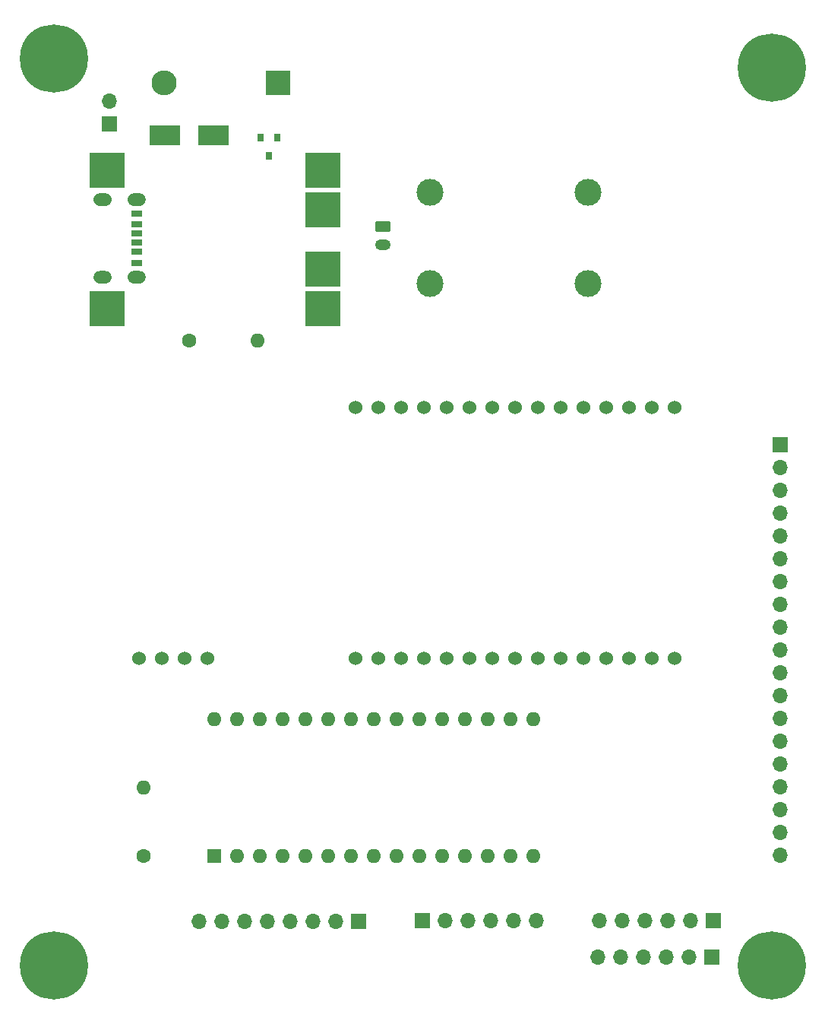
<source format=gts>
G04 #@! TF.GenerationSoftware,KiCad,Pcbnew,(6.0.6)*
G04 #@! TF.CreationDate,2022-07-04T23:33:01+02:00*
G04 #@! TF.ProjectId,vogelhuisje_kicad,766f6765-6c68-4756-9973-6a655f6b6963,rev?*
G04 #@! TF.SameCoordinates,Original*
G04 #@! TF.FileFunction,Soldermask,Top*
G04 #@! TF.FilePolarity,Negative*
%FSLAX46Y46*%
G04 Gerber Fmt 4.6, Leading zero omitted, Abs format (unit mm)*
G04 Created by KiCad (PCBNEW (6.0.6)) date 2022-07-04 23:33:01*
%MOMM*%
%LPD*%
G01*
G04 APERTURE LIST*
G04 Aperture macros list*
%AMRoundRect*
0 Rectangle with rounded corners*
0 $1 Rounding radius*
0 $2 $3 $4 $5 $6 $7 $8 $9 X,Y pos of 4 corners*
0 Add a 4 corners polygon primitive as box body*
4,1,4,$2,$3,$4,$5,$6,$7,$8,$9,$2,$3,0*
0 Add four circle primitives for the rounded corners*
1,1,$1+$1,$2,$3*
1,1,$1+$1,$4,$5*
1,1,$1+$1,$6,$7*
1,1,$1+$1,$8,$9*
0 Add four rect primitives between the rounded corners*
20,1,$1+$1,$2,$3,$4,$5,0*
20,1,$1+$1,$4,$5,$6,$7,0*
20,1,$1+$1,$6,$7,$8,$9,0*
20,1,$1+$1,$8,$9,$2,$3,0*%
G04 Aperture macros list end*
%ADD10C,0.010000*%
%ADD11R,1.700000X1.700000*%
%ADD12O,1.700000X1.700000*%
%ADD13R,1.200000X0.700000*%
%ADD14R,1.200000X0.760000*%
%ADD15R,1.200000X0.800000*%
%ADD16R,3.500000X2.300000*%
%ADD17R,4.000000X4.000000*%
%ADD18C,3.000000*%
%ADD19C,1.600000*%
%ADD20O,1.600000X1.600000*%
%ADD21RoundRect,0.250000X-0.625000X0.350000X-0.625000X-0.350000X0.625000X-0.350000X0.625000X0.350000X0*%
%ADD22O,1.750000X1.200000*%
%ADD23R,0.800000X0.900000*%
%ADD24R,2.800000X2.800000*%
%ADD25O,2.800000X2.800000*%
%ADD26C,7.600000*%
%ADD27R,1.600000X1.600000*%
%ADD28C,1.524000*%
G04 APERTURE END LIST*
G36*
X75734000Y-97651000D02*
G01*
X75768000Y-97654000D01*
X75802000Y-97658000D01*
X75835000Y-97664000D01*
X75868000Y-97672000D01*
X75901000Y-97682000D01*
X75933000Y-97693000D01*
X75964000Y-97706000D01*
X75995000Y-97721000D01*
X76025000Y-97737000D01*
X76054000Y-97755000D01*
X76082000Y-97774000D01*
X76109000Y-97795000D01*
X76135000Y-97817000D01*
X76160000Y-97840000D01*
X76183000Y-97865000D01*
X76205000Y-97891000D01*
X76226000Y-97918000D01*
X76245000Y-97946000D01*
X76263000Y-97975000D01*
X76279000Y-98005000D01*
X76294000Y-98036000D01*
X76307000Y-98067000D01*
X76318000Y-98099000D01*
X76328000Y-98132000D01*
X76336000Y-98165000D01*
X76342000Y-98198000D01*
X76346000Y-98232000D01*
X76349000Y-98266000D01*
X76350000Y-98300000D01*
X76349000Y-98334000D01*
X76346000Y-98368000D01*
X76342000Y-98402000D01*
X76336000Y-98435000D01*
X76328000Y-98468000D01*
X76318000Y-98501000D01*
X76307000Y-98533000D01*
X76294000Y-98564000D01*
X76279000Y-98595000D01*
X76263000Y-98625000D01*
X76245000Y-98654000D01*
X76226000Y-98682000D01*
X76205000Y-98709000D01*
X76183000Y-98735000D01*
X76160000Y-98760000D01*
X76135000Y-98783000D01*
X76109000Y-98805000D01*
X76082000Y-98826000D01*
X76054000Y-98845000D01*
X76025000Y-98863000D01*
X75995000Y-98879000D01*
X75964000Y-98894000D01*
X75933000Y-98907000D01*
X75901000Y-98918000D01*
X75868000Y-98928000D01*
X75835000Y-98936000D01*
X75802000Y-98942000D01*
X75768000Y-98946000D01*
X75734000Y-98949000D01*
X75700000Y-98950000D01*
X75100000Y-98950000D01*
X75066000Y-98949000D01*
X75032000Y-98946000D01*
X74998000Y-98942000D01*
X74965000Y-98936000D01*
X74932000Y-98928000D01*
X74899000Y-98918000D01*
X74867000Y-98907000D01*
X74836000Y-98894000D01*
X74805000Y-98879000D01*
X74775000Y-98863000D01*
X74746000Y-98845000D01*
X74718000Y-98826000D01*
X74691000Y-98805000D01*
X74665000Y-98783000D01*
X74640000Y-98760000D01*
X74617000Y-98735000D01*
X74595000Y-98709000D01*
X74574000Y-98682000D01*
X74555000Y-98654000D01*
X74537000Y-98625000D01*
X74521000Y-98595000D01*
X74506000Y-98564000D01*
X74493000Y-98533000D01*
X74482000Y-98501000D01*
X74472000Y-98468000D01*
X74464000Y-98435000D01*
X74458000Y-98402000D01*
X74454000Y-98368000D01*
X74451000Y-98334000D01*
X74450000Y-98300000D01*
X74451000Y-98266000D01*
X74454000Y-98232000D01*
X74458000Y-98198000D01*
X74464000Y-98165000D01*
X74472000Y-98132000D01*
X74482000Y-98099000D01*
X74493000Y-98067000D01*
X74506000Y-98036000D01*
X74521000Y-98005000D01*
X74537000Y-97975000D01*
X74555000Y-97946000D01*
X74574000Y-97918000D01*
X74595000Y-97891000D01*
X74617000Y-97865000D01*
X74640000Y-97840000D01*
X74665000Y-97817000D01*
X74691000Y-97795000D01*
X74718000Y-97774000D01*
X74746000Y-97755000D01*
X74775000Y-97737000D01*
X74805000Y-97721000D01*
X74836000Y-97706000D01*
X74867000Y-97693000D01*
X74899000Y-97682000D01*
X74932000Y-97672000D01*
X74965000Y-97664000D01*
X74998000Y-97658000D01*
X75032000Y-97654000D01*
X75066000Y-97651000D01*
X75100000Y-97650000D01*
X75700000Y-97650000D01*
X75734000Y-97651000D01*
G37*
D10*
X75734000Y-97651000D02*
X75768000Y-97654000D01*
X75802000Y-97658000D01*
X75835000Y-97664000D01*
X75868000Y-97672000D01*
X75901000Y-97682000D01*
X75933000Y-97693000D01*
X75964000Y-97706000D01*
X75995000Y-97721000D01*
X76025000Y-97737000D01*
X76054000Y-97755000D01*
X76082000Y-97774000D01*
X76109000Y-97795000D01*
X76135000Y-97817000D01*
X76160000Y-97840000D01*
X76183000Y-97865000D01*
X76205000Y-97891000D01*
X76226000Y-97918000D01*
X76245000Y-97946000D01*
X76263000Y-97975000D01*
X76279000Y-98005000D01*
X76294000Y-98036000D01*
X76307000Y-98067000D01*
X76318000Y-98099000D01*
X76328000Y-98132000D01*
X76336000Y-98165000D01*
X76342000Y-98198000D01*
X76346000Y-98232000D01*
X76349000Y-98266000D01*
X76350000Y-98300000D01*
X76349000Y-98334000D01*
X76346000Y-98368000D01*
X76342000Y-98402000D01*
X76336000Y-98435000D01*
X76328000Y-98468000D01*
X76318000Y-98501000D01*
X76307000Y-98533000D01*
X76294000Y-98564000D01*
X76279000Y-98595000D01*
X76263000Y-98625000D01*
X76245000Y-98654000D01*
X76226000Y-98682000D01*
X76205000Y-98709000D01*
X76183000Y-98735000D01*
X76160000Y-98760000D01*
X76135000Y-98783000D01*
X76109000Y-98805000D01*
X76082000Y-98826000D01*
X76054000Y-98845000D01*
X76025000Y-98863000D01*
X75995000Y-98879000D01*
X75964000Y-98894000D01*
X75933000Y-98907000D01*
X75901000Y-98918000D01*
X75868000Y-98928000D01*
X75835000Y-98936000D01*
X75802000Y-98942000D01*
X75768000Y-98946000D01*
X75734000Y-98949000D01*
X75700000Y-98950000D01*
X75100000Y-98950000D01*
X75066000Y-98949000D01*
X75032000Y-98946000D01*
X74998000Y-98942000D01*
X74965000Y-98936000D01*
X74932000Y-98928000D01*
X74899000Y-98918000D01*
X74867000Y-98907000D01*
X74836000Y-98894000D01*
X74805000Y-98879000D01*
X74775000Y-98863000D01*
X74746000Y-98845000D01*
X74718000Y-98826000D01*
X74691000Y-98805000D01*
X74665000Y-98783000D01*
X74640000Y-98760000D01*
X74617000Y-98735000D01*
X74595000Y-98709000D01*
X74574000Y-98682000D01*
X74555000Y-98654000D01*
X74537000Y-98625000D01*
X74521000Y-98595000D01*
X74506000Y-98564000D01*
X74493000Y-98533000D01*
X74482000Y-98501000D01*
X74472000Y-98468000D01*
X74464000Y-98435000D01*
X74458000Y-98402000D01*
X74454000Y-98368000D01*
X74451000Y-98334000D01*
X74450000Y-98300000D01*
X74451000Y-98266000D01*
X74454000Y-98232000D01*
X74458000Y-98198000D01*
X74464000Y-98165000D01*
X74472000Y-98132000D01*
X74482000Y-98099000D01*
X74493000Y-98067000D01*
X74506000Y-98036000D01*
X74521000Y-98005000D01*
X74537000Y-97975000D01*
X74555000Y-97946000D01*
X74574000Y-97918000D01*
X74595000Y-97891000D01*
X74617000Y-97865000D01*
X74640000Y-97840000D01*
X74665000Y-97817000D01*
X74691000Y-97795000D01*
X74718000Y-97774000D01*
X74746000Y-97755000D01*
X74775000Y-97737000D01*
X74805000Y-97721000D01*
X74836000Y-97706000D01*
X74867000Y-97693000D01*
X74899000Y-97682000D01*
X74932000Y-97672000D01*
X74965000Y-97664000D01*
X74998000Y-97658000D01*
X75032000Y-97654000D01*
X75066000Y-97651000D01*
X75100000Y-97650000D01*
X75700000Y-97650000D01*
X75734000Y-97651000D01*
G36*
X79534000Y-89011000D02*
G01*
X79568000Y-89014000D01*
X79602000Y-89018000D01*
X79635000Y-89024000D01*
X79668000Y-89032000D01*
X79701000Y-89042000D01*
X79733000Y-89053000D01*
X79764000Y-89066000D01*
X79795000Y-89081000D01*
X79825000Y-89097000D01*
X79854000Y-89115000D01*
X79882000Y-89134000D01*
X79909000Y-89155000D01*
X79935000Y-89177000D01*
X79960000Y-89200000D01*
X79983000Y-89225000D01*
X80005000Y-89251000D01*
X80026000Y-89278000D01*
X80045000Y-89306000D01*
X80063000Y-89335000D01*
X80079000Y-89365000D01*
X80094000Y-89396000D01*
X80107000Y-89427000D01*
X80118000Y-89459000D01*
X80128000Y-89492000D01*
X80136000Y-89525000D01*
X80142000Y-89558000D01*
X80146000Y-89592000D01*
X80149000Y-89626000D01*
X80150000Y-89660000D01*
X80149000Y-89694000D01*
X80146000Y-89728000D01*
X80142000Y-89762000D01*
X80136000Y-89795000D01*
X80128000Y-89828000D01*
X80118000Y-89861000D01*
X80107000Y-89893000D01*
X80094000Y-89924000D01*
X80079000Y-89955000D01*
X80063000Y-89985000D01*
X80045000Y-90014000D01*
X80026000Y-90042000D01*
X80005000Y-90069000D01*
X79983000Y-90095000D01*
X79960000Y-90120000D01*
X79935000Y-90143000D01*
X79909000Y-90165000D01*
X79882000Y-90186000D01*
X79854000Y-90205000D01*
X79825000Y-90223000D01*
X79795000Y-90239000D01*
X79764000Y-90254000D01*
X79733000Y-90267000D01*
X79701000Y-90278000D01*
X79668000Y-90288000D01*
X79635000Y-90296000D01*
X79602000Y-90302000D01*
X79568000Y-90306000D01*
X79534000Y-90309000D01*
X79500000Y-90310000D01*
X78900000Y-90310000D01*
X78866000Y-90309000D01*
X78832000Y-90306000D01*
X78798000Y-90302000D01*
X78765000Y-90296000D01*
X78732000Y-90288000D01*
X78699000Y-90278000D01*
X78667000Y-90267000D01*
X78636000Y-90254000D01*
X78605000Y-90239000D01*
X78575000Y-90223000D01*
X78546000Y-90205000D01*
X78518000Y-90186000D01*
X78491000Y-90165000D01*
X78465000Y-90143000D01*
X78440000Y-90120000D01*
X78417000Y-90095000D01*
X78395000Y-90069000D01*
X78374000Y-90042000D01*
X78355000Y-90014000D01*
X78337000Y-89985000D01*
X78321000Y-89955000D01*
X78306000Y-89924000D01*
X78293000Y-89893000D01*
X78282000Y-89861000D01*
X78272000Y-89828000D01*
X78264000Y-89795000D01*
X78258000Y-89762000D01*
X78254000Y-89728000D01*
X78251000Y-89694000D01*
X78250000Y-89660000D01*
X78251000Y-89626000D01*
X78254000Y-89592000D01*
X78258000Y-89558000D01*
X78264000Y-89525000D01*
X78272000Y-89492000D01*
X78282000Y-89459000D01*
X78293000Y-89427000D01*
X78306000Y-89396000D01*
X78321000Y-89365000D01*
X78337000Y-89335000D01*
X78355000Y-89306000D01*
X78374000Y-89278000D01*
X78395000Y-89251000D01*
X78417000Y-89225000D01*
X78440000Y-89200000D01*
X78465000Y-89177000D01*
X78491000Y-89155000D01*
X78518000Y-89134000D01*
X78546000Y-89115000D01*
X78575000Y-89097000D01*
X78605000Y-89081000D01*
X78636000Y-89066000D01*
X78667000Y-89053000D01*
X78699000Y-89042000D01*
X78732000Y-89032000D01*
X78765000Y-89024000D01*
X78798000Y-89018000D01*
X78832000Y-89014000D01*
X78866000Y-89011000D01*
X78900000Y-89010000D01*
X79500000Y-89010000D01*
X79534000Y-89011000D01*
G37*
X79534000Y-89011000D02*
X79568000Y-89014000D01*
X79602000Y-89018000D01*
X79635000Y-89024000D01*
X79668000Y-89032000D01*
X79701000Y-89042000D01*
X79733000Y-89053000D01*
X79764000Y-89066000D01*
X79795000Y-89081000D01*
X79825000Y-89097000D01*
X79854000Y-89115000D01*
X79882000Y-89134000D01*
X79909000Y-89155000D01*
X79935000Y-89177000D01*
X79960000Y-89200000D01*
X79983000Y-89225000D01*
X80005000Y-89251000D01*
X80026000Y-89278000D01*
X80045000Y-89306000D01*
X80063000Y-89335000D01*
X80079000Y-89365000D01*
X80094000Y-89396000D01*
X80107000Y-89427000D01*
X80118000Y-89459000D01*
X80128000Y-89492000D01*
X80136000Y-89525000D01*
X80142000Y-89558000D01*
X80146000Y-89592000D01*
X80149000Y-89626000D01*
X80150000Y-89660000D01*
X80149000Y-89694000D01*
X80146000Y-89728000D01*
X80142000Y-89762000D01*
X80136000Y-89795000D01*
X80128000Y-89828000D01*
X80118000Y-89861000D01*
X80107000Y-89893000D01*
X80094000Y-89924000D01*
X80079000Y-89955000D01*
X80063000Y-89985000D01*
X80045000Y-90014000D01*
X80026000Y-90042000D01*
X80005000Y-90069000D01*
X79983000Y-90095000D01*
X79960000Y-90120000D01*
X79935000Y-90143000D01*
X79909000Y-90165000D01*
X79882000Y-90186000D01*
X79854000Y-90205000D01*
X79825000Y-90223000D01*
X79795000Y-90239000D01*
X79764000Y-90254000D01*
X79733000Y-90267000D01*
X79701000Y-90278000D01*
X79668000Y-90288000D01*
X79635000Y-90296000D01*
X79602000Y-90302000D01*
X79568000Y-90306000D01*
X79534000Y-90309000D01*
X79500000Y-90310000D01*
X78900000Y-90310000D01*
X78866000Y-90309000D01*
X78832000Y-90306000D01*
X78798000Y-90302000D01*
X78765000Y-90296000D01*
X78732000Y-90288000D01*
X78699000Y-90278000D01*
X78667000Y-90267000D01*
X78636000Y-90254000D01*
X78605000Y-90239000D01*
X78575000Y-90223000D01*
X78546000Y-90205000D01*
X78518000Y-90186000D01*
X78491000Y-90165000D01*
X78465000Y-90143000D01*
X78440000Y-90120000D01*
X78417000Y-90095000D01*
X78395000Y-90069000D01*
X78374000Y-90042000D01*
X78355000Y-90014000D01*
X78337000Y-89985000D01*
X78321000Y-89955000D01*
X78306000Y-89924000D01*
X78293000Y-89893000D01*
X78282000Y-89861000D01*
X78272000Y-89828000D01*
X78264000Y-89795000D01*
X78258000Y-89762000D01*
X78254000Y-89728000D01*
X78251000Y-89694000D01*
X78250000Y-89660000D01*
X78251000Y-89626000D01*
X78254000Y-89592000D01*
X78258000Y-89558000D01*
X78264000Y-89525000D01*
X78272000Y-89492000D01*
X78282000Y-89459000D01*
X78293000Y-89427000D01*
X78306000Y-89396000D01*
X78321000Y-89365000D01*
X78337000Y-89335000D01*
X78355000Y-89306000D01*
X78374000Y-89278000D01*
X78395000Y-89251000D01*
X78417000Y-89225000D01*
X78440000Y-89200000D01*
X78465000Y-89177000D01*
X78491000Y-89155000D01*
X78518000Y-89134000D01*
X78546000Y-89115000D01*
X78575000Y-89097000D01*
X78605000Y-89081000D01*
X78636000Y-89066000D01*
X78667000Y-89053000D01*
X78699000Y-89042000D01*
X78732000Y-89032000D01*
X78765000Y-89024000D01*
X78798000Y-89018000D01*
X78832000Y-89014000D01*
X78866000Y-89011000D01*
X78900000Y-89010000D01*
X79500000Y-89010000D01*
X79534000Y-89011000D01*
G36*
X79534000Y-97651000D02*
G01*
X79568000Y-97654000D01*
X79602000Y-97658000D01*
X79635000Y-97664000D01*
X79668000Y-97672000D01*
X79701000Y-97682000D01*
X79733000Y-97693000D01*
X79764000Y-97706000D01*
X79795000Y-97721000D01*
X79825000Y-97737000D01*
X79854000Y-97755000D01*
X79882000Y-97774000D01*
X79909000Y-97795000D01*
X79935000Y-97817000D01*
X79960000Y-97840000D01*
X79983000Y-97865000D01*
X80005000Y-97891000D01*
X80026000Y-97918000D01*
X80045000Y-97946000D01*
X80063000Y-97975000D01*
X80079000Y-98005000D01*
X80094000Y-98036000D01*
X80107000Y-98067000D01*
X80118000Y-98099000D01*
X80128000Y-98132000D01*
X80136000Y-98165000D01*
X80142000Y-98198000D01*
X80146000Y-98232000D01*
X80149000Y-98266000D01*
X80150000Y-98300000D01*
X80149000Y-98334000D01*
X80146000Y-98368000D01*
X80142000Y-98402000D01*
X80136000Y-98435000D01*
X80128000Y-98468000D01*
X80118000Y-98501000D01*
X80107000Y-98533000D01*
X80094000Y-98564000D01*
X80079000Y-98595000D01*
X80063000Y-98625000D01*
X80045000Y-98654000D01*
X80026000Y-98682000D01*
X80005000Y-98709000D01*
X79983000Y-98735000D01*
X79960000Y-98760000D01*
X79935000Y-98783000D01*
X79909000Y-98805000D01*
X79882000Y-98826000D01*
X79854000Y-98845000D01*
X79825000Y-98863000D01*
X79795000Y-98879000D01*
X79764000Y-98894000D01*
X79733000Y-98907000D01*
X79701000Y-98918000D01*
X79668000Y-98928000D01*
X79635000Y-98936000D01*
X79602000Y-98942000D01*
X79568000Y-98946000D01*
X79534000Y-98949000D01*
X79500000Y-98950000D01*
X78900000Y-98950000D01*
X78866000Y-98949000D01*
X78832000Y-98946000D01*
X78798000Y-98942000D01*
X78765000Y-98936000D01*
X78732000Y-98928000D01*
X78699000Y-98918000D01*
X78667000Y-98907000D01*
X78636000Y-98894000D01*
X78605000Y-98879000D01*
X78575000Y-98863000D01*
X78546000Y-98845000D01*
X78518000Y-98826000D01*
X78491000Y-98805000D01*
X78465000Y-98783000D01*
X78440000Y-98760000D01*
X78417000Y-98735000D01*
X78395000Y-98709000D01*
X78374000Y-98682000D01*
X78355000Y-98654000D01*
X78337000Y-98625000D01*
X78321000Y-98595000D01*
X78306000Y-98564000D01*
X78293000Y-98533000D01*
X78282000Y-98501000D01*
X78272000Y-98468000D01*
X78264000Y-98435000D01*
X78258000Y-98402000D01*
X78254000Y-98368000D01*
X78251000Y-98334000D01*
X78250000Y-98300000D01*
X78251000Y-98266000D01*
X78254000Y-98232000D01*
X78258000Y-98198000D01*
X78264000Y-98165000D01*
X78272000Y-98132000D01*
X78282000Y-98099000D01*
X78293000Y-98067000D01*
X78306000Y-98036000D01*
X78321000Y-98005000D01*
X78337000Y-97975000D01*
X78355000Y-97946000D01*
X78374000Y-97918000D01*
X78395000Y-97891000D01*
X78417000Y-97865000D01*
X78440000Y-97840000D01*
X78465000Y-97817000D01*
X78491000Y-97795000D01*
X78518000Y-97774000D01*
X78546000Y-97755000D01*
X78575000Y-97737000D01*
X78605000Y-97721000D01*
X78636000Y-97706000D01*
X78667000Y-97693000D01*
X78699000Y-97682000D01*
X78732000Y-97672000D01*
X78765000Y-97664000D01*
X78798000Y-97658000D01*
X78832000Y-97654000D01*
X78866000Y-97651000D01*
X78900000Y-97650000D01*
X79500000Y-97650000D01*
X79534000Y-97651000D01*
G37*
X79534000Y-97651000D02*
X79568000Y-97654000D01*
X79602000Y-97658000D01*
X79635000Y-97664000D01*
X79668000Y-97672000D01*
X79701000Y-97682000D01*
X79733000Y-97693000D01*
X79764000Y-97706000D01*
X79795000Y-97721000D01*
X79825000Y-97737000D01*
X79854000Y-97755000D01*
X79882000Y-97774000D01*
X79909000Y-97795000D01*
X79935000Y-97817000D01*
X79960000Y-97840000D01*
X79983000Y-97865000D01*
X80005000Y-97891000D01*
X80026000Y-97918000D01*
X80045000Y-97946000D01*
X80063000Y-97975000D01*
X80079000Y-98005000D01*
X80094000Y-98036000D01*
X80107000Y-98067000D01*
X80118000Y-98099000D01*
X80128000Y-98132000D01*
X80136000Y-98165000D01*
X80142000Y-98198000D01*
X80146000Y-98232000D01*
X80149000Y-98266000D01*
X80150000Y-98300000D01*
X80149000Y-98334000D01*
X80146000Y-98368000D01*
X80142000Y-98402000D01*
X80136000Y-98435000D01*
X80128000Y-98468000D01*
X80118000Y-98501000D01*
X80107000Y-98533000D01*
X80094000Y-98564000D01*
X80079000Y-98595000D01*
X80063000Y-98625000D01*
X80045000Y-98654000D01*
X80026000Y-98682000D01*
X80005000Y-98709000D01*
X79983000Y-98735000D01*
X79960000Y-98760000D01*
X79935000Y-98783000D01*
X79909000Y-98805000D01*
X79882000Y-98826000D01*
X79854000Y-98845000D01*
X79825000Y-98863000D01*
X79795000Y-98879000D01*
X79764000Y-98894000D01*
X79733000Y-98907000D01*
X79701000Y-98918000D01*
X79668000Y-98928000D01*
X79635000Y-98936000D01*
X79602000Y-98942000D01*
X79568000Y-98946000D01*
X79534000Y-98949000D01*
X79500000Y-98950000D01*
X78900000Y-98950000D01*
X78866000Y-98949000D01*
X78832000Y-98946000D01*
X78798000Y-98942000D01*
X78765000Y-98936000D01*
X78732000Y-98928000D01*
X78699000Y-98918000D01*
X78667000Y-98907000D01*
X78636000Y-98894000D01*
X78605000Y-98879000D01*
X78575000Y-98863000D01*
X78546000Y-98845000D01*
X78518000Y-98826000D01*
X78491000Y-98805000D01*
X78465000Y-98783000D01*
X78440000Y-98760000D01*
X78417000Y-98735000D01*
X78395000Y-98709000D01*
X78374000Y-98682000D01*
X78355000Y-98654000D01*
X78337000Y-98625000D01*
X78321000Y-98595000D01*
X78306000Y-98564000D01*
X78293000Y-98533000D01*
X78282000Y-98501000D01*
X78272000Y-98468000D01*
X78264000Y-98435000D01*
X78258000Y-98402000D01*
X78254000Y-98368000D01*
X78251000Y-98334000D01*
X78250000Y-98300000D01*
X78251000Y-98266000D01*
X78254000Y-98232000D01*
X78258000Y-98198000D01*
X78264000Y-98165000D01*
X78272000Y-98132000D01*
X78282000Y-98099000D01*
X78293000Y-98067000D01*
X78306000Y-98036000D01*
X78321000Y-98005000D01*
X78337000Y-97975000D01*
X78355000Y-97946000D01*
X78374000Y-97918000D01*
X78395000Y-97891000D01*
X78417000Y-97865000D01*
X78440000Y-97840000D01*
X78465000Y-97817000D01*
X78491000Y-97795000D01*
X78518000Y-97774000D01*
X78546000Y-97755000D01*
X78575000Y-97737000D01*
X78605000Y-97721000D01*
X78636000Y-97706000D01*
X78667000Y-97693000D01*
X78699000Y-97682000D01*
X78732000Y-97672000D01*
X78765000Y-97664000D01*
X78798000Y-97658000D01*
X78832000Y-97654000D01*
X78866000Y-97651000D01*
X78900000Y-97650000D01*
X79500000Y-97650000D01*
X79534000Y-97651000D01*
G36*
X75734000Y-89011000D02*
G01*
X75768000Y-89014000D01*
X75802000Y-89018000D01*
X75835000Y-89024000D01*
X75868000Y-89032000D01*
X75901000Y-89042000D01*
X75933000Y-89053000D01*
X75964000Y-89066000D01*
X75995000Y-89081000D01*
X76025000Y-89097000D01*
X76054000Y-89115000D01*
X76082000Y-89134000D01*
X76109000Y-89155000D01*
X76135000Y-89177000D01*
X76160000Y-89200000D01*
X76183000Y-89225000D01*
X76205000Y-89251000D01*
X76226000Y-89278000D01*
X76245000Y-89306000D01*
X76263000Y-89335000D01*
X76279000Y-89365000D01*
X76294000Y-89396000D01*
X76307000Y-89427000D01*
X76318000Y-89459000D01*
X76328000Y-89492000D01*
X76336000Y-89525000D01*
X76342000Y-89558000D01*
X76346000Y-89592000D01*
X76349000Y-89626000D01*
X76350000Y-89660000D01*
X76349000Y-89694000D01*
X76346000Y-89728000D01*
X76342000Y-89762000D01*
X76336000Y-89795000D01*
X76328000Y-89828000D01*
X76318000Y-89861000D01*
X76307000Y-89893000D01*
X76294000Y-89924000D01*
X76279000Y-89955000D01*
X76263000Y-89985000D01*
X76245000Y-90014000D01*
X76226000Y-90042000D01*
X76205000Y-90069000D01*
X76183000Y-90095000D01*
X76160000Y-90120000D01*
X76135000Y-90143000D01*
X76109000Y-90165000D01*
X76082000Y-90186000D01*
X76054000Y-90205000D01*
X76025000Y-90223000D01*
X75995000Y-90239000D01*
X75964000Y-90254000D01*
X75933000Y-90267000D01*
X75901000Y-90278000D01*
X75868000Y-90288000D01*
X75835000Y-90296000D01*
X75802000Y-90302000D01*
X75768000Y-90306000D01*
X75734000Y-90309000D01*
X75700000Y-90310000D01*
X75100000Y-90310000D01*
X75066000Y-90309000D01*
X75032000Y-90306000D01*
X74998000Y-90302000D01*
X74965000Y-90296000D01*
X74932000Y-90288000D01*
X74899000Y-90278000D01*
X74867000Y-90267000D01*
X74836000Y-90254000D01*
X74805000Y-90239000D01*
X74775000Y-90223000D01*
X74746000Y-90205000D01*
X74718000Y-90186000D01*
X74691000Y-90165000D01*
X74665000Y-90143000D01*
X74640000Y-90120000D01*
X74617000Y-90095000D01*
X74595000Y-90069000D01*
X74574000Y-90042000D01*
X74555000Y-90014000D01*
X74537000Y-89985000D01*
X74521000Y-89955000D01*
X74506000Y-89924000D01*
X74493000Y-89893000D01*
X74482000Y-89861000D01*
X74472000Y-89828000D01*
X74464000Y-89795000D01*
X74458000Y-89762000D01*
X74454000Y-89728000D01*
X74451000Y-89694000D01*
X74450000Y-89660000D01*
X74451000Y-89626000D01*
X74454000Y-89592000D01*
X74458000Y-89558000D01*
X74464000Y-89525000D01*
X74472000Y-89492000D01*
X74482000Y-89459000D01*
X74493000Y-89427000D01*
X74506000Y-89396000D01*
X74521000Y-89365000D01*
X74537000Y-89335000D01*
X74555000Y-89306000D01*
X74574000Y-89278000D01*
X74595000Y-89251000D01*
X74617000Y-89225000D01*
X74640000Y-89200000D01*
X74665000Y-89177000D01*
X74691000Y-89155000D01*
X74718000Y-89134000D01*
X74746000Y-89115000D01*
X74775000Y-89097000D01*
X74805000Y-89081000D01*
X74836000Y-89066000D01*
X74867000Y-89053000D01*
X74899000Y-89042000D01*
X74932000Y-89032000D01*
X74965000Y-89024000D01*
X74998000Y-89018000D01*
X75032000Y-89014000D01*
X75066000Y-89011000D01*
X75100000Y-89010000D01*
X75700000Y-89010000D01*
X75734000Y-89011000D01*
G37*
X75734000Y-89011000D02*
X75768000Y-89014000D01*
X75802000Y-89018000D01*
X75835000Y-89024000D01*
X75868000Y-89032000D01*
X75901000Y-89042000D01*
X75933000Y-89053000D01*
X75964000Y-89066000D01*
X75995000Y-89081000D01*
X76025000Y-89097000D01*
X76054000Y-89115000D01*
X76082000Y-89134000D01*
X76109000Y-89155000D01*
X76135000Y-89177000D01*
X76160000Y-89200000D01*
X76183000Y-89225000D01*
X76205000Y-89251000D01*
X76226000Y-89278000D01*
X76245000Y-89306000D01*
X76263000Y-89335000D01*
X76279000Y-89365000D01*
X76294000Y-89396000D01*
X76307000Y-89427000D01*
X76318000Y-89459000D01*
X76328000Y-89492000D01*
X76336000Y-89525000D01*
X76342000Y-89558000D01*
X76346000Y-89592000D01*
X76349000Y-89626000D01*
X76350000Y-89660000D01*
X76349000Y-89694000D01*
X76346000Y-89728000D01*
X76342000Y-89762000D01*
X76336000Y-89795000D01*
X76328000Y-89828000D01*
X76318000Y-89861000D01*
X76307000Y-89893000D01*
X76294000Y-89924000D01*
X76279000Y-89955000D01*
X76263000Y-89985000D01*
X76245000Y-90014000D01*
X76226000Y-90042000D01*
X76205000Y-90069000D01*
X76183000Y-90095000D01*
X76160000Y-90120000D01*
X76135000Y-90143000D01*
X76109000Y-90165000D01*
X76082000Y-90186000D01*
X76054000Y-90205000D01*
X76025000Y-90223000D01*
X75995000Y-90239000D01*
X75964000Y-90254000D01*
X75933000Y-90267000D01*
X75901000Y-90278000D01*
X75868000Y-90288000D01*
X75835000Y-90296000D01*
X75802000Y-90302000D01*
X75768000Y-90306000D01*
X75734000Y-90309000D01*
X75700000Y-90310000D01*
X75100000Y-90310000D01*
X75066000Y-90309000D01*
X75032000Y-90306000D01*
X74998000Y-90302000D01*
X74965000Y-90296000D01*
X74932000Y-90288000D01*
X74899000Y-90278000D01*
X74867000Y-90267000D01*
X74836000Y-90254000D01*
X74805000Y-90239000D01*
X74775000Y-90223000D01*
X74746000Y-90205000D01*
X74718000Y-90186000D01*
X74691000Y-90165000D01*
X74665000Y-90143000D01*
X74640000Y-90120000D01*
X74617000Y-90095000D01*
X74595000Y-90069000D01*
X74574000Y-90042000D01*
X74555000Y-90014000D01*
X74537000Y-89985000D01*
X74521000Y-89955000D01*
X74506000Y-89924000D01*
X74493000Y-89893000D01*
X74482000Y-89861000D01*
X74472000Y-89828000D01*
X74464000Y-89795000D01*
X74458000Y-89762000D01*
X74454000Y-89728000D01*
X74451000Y-89694000D01*
X74450000Y-89660000D01*
X74451000Y-89626000D01*
X74454000Y-89592000D01*
X74458000Y-89558000D01*
X74464000Y-89525000D01*
X74472000Y-89492000D01*
X74482000Y-89459000D01*
X74493000Y-89427000D01*
X74506000Y-89396000D01*
X74521000Y-89365000D01*
X74537000Y-89335000D01*
X74555000Y-89306000D01*
X74574000Y-89278000D01*
X74595000Y-89251000D01*
X74617000Y-89225000D01*
X74640000Y-89200000D01*
X74665000Y-89177000D01*
X74691000Y-89155000D01*
X74718000Y-89134000D01*
X74746000Y-89115000D01*
X74775000Y-89097000D01*
X74805000Y-89081000D01*
X74836000Y-89066000D01*
X74867000Y-89053000D01*
X74899000Y-89042000D01*
X74932000Y-89032000D01*
X74965000Y-89024000D01*
X74998000Y-89018000D01*
X75032000Y-89014000D01*
X75066000Y-89011000D01*
X75100000Y-89010000D01*
X75700000Y-89010000D01*
X75734000Y-89011000D01*
D11*
X76200000Y-81280000D03*
D12*
X76200000Y-78740000D03*
D13*
X79280000Y-93480000D03*
D14*
X79280000Y-95500000D03*
D15*
X79280000Y-96730000D03*
D13*
X79280000Y-94480000D03*
D14*
X79280000Y-92460000D03*
D15*
X79280000Y-91230000D03*
D16*
X87790000Y-82550000D03*
X82390000Y-82550000D03*
D17*
X75930000Y-86470000D03*
X75930000Y-101870000D03*
X100030000Y-86470000D03*
X100030000Y-90870000D03*
X100030000Y-97470000D03*
X100030000Y-101870000D03*
D18*
X111920000Y-88885000D03*
X111920000Y-99085000D03*
X129520000Y-88885000D03*
X129520000Y-99085000D03*
D19*
X85090000Y-105410000D03*
D20*
X92710000Y-105410000D03*
D21*
X106680000Y-92710000D03*
D22*
X106680000Y-94710000D03*
D23*
X94930000Y-82820000D03*
X93030000Y-82820000D03*
X93980000Y-84820000D03*
D11*
X143350000Y-174025000D03*
D12*
X140810000Y-174025000D03*
X138270000Y-174025000D03*
X135730000Y-174025000D03*
X133190000Y-174025000D03*
X130650000Y-174025000D03*
D19*
X80000000Y-162810000D03*
D20*
X80000000Y-155190000D03*
D24*
X95000000Y-76730000D03*
D25*
X82300000Y-76730000D03*
D26*
X150000000Y-75000000D03*
D11*
X104000000Y-170050000D03*
D12*
X101460000Y-170050000D03*
X98920000Y-170050000D03*
X96380000Y-170050000D03*
X93840000Y-170050000D03*
X91300000Y-170050000D03*
X88760000Y-170050000D03*
X86220000Y-170050000D03*
D27*
X87925000Y-162835000D03*
D20*
X90465000Y-162835000D03*
X93005000Y-162835000D03*
X95545000Y-162835000D03*
X98085000Y-162835000D03*
X100625000Y-162835000D03*
X103165000Y-162835000D03*
X105705000Y-162835000D03*
X108245000Y-162835000D03*
X110785000Y-162835000D03*
X113325000Y-162835000D03*
X115865000Y-162835000D03*
X118405000Y-162835000D03*
X120945000Y-162835000D03*
X123485000Y-162835000D03*
X123485000Y-147595000D03*
X120945000Y-147595000D03*
X118405000Y-147595000D03*
X115865000Y-147595000D03*
X113325000Y-147595000D03*
X110785000Y-147595000D03*
X108245000Y-147595000D03*
X105705000Y-147595000D03*
X103165000Y-147595000D03*
X100625000Y-147595000D03*
X98085000Y-147595000D03*
X95545000Y-147595000D03*
X93005000Y-147595000D03*
X90465000Y-147595000D03*
X87925000Y-147595000D03*
D11*
X151000000Y-117000000D03*
D12*
X151000000Y-119540000D03*
X151000000Y-122080000D03*
X151000000Y-124620000D03*
X151000000Y-127160000D03*
X151000000Y-129700000D03*
X151000000Y-132240000D03*
X151000000Y-134780000D03*
X151000000Y-137320000D03*
X151000000Y-139860000D03*
X151000000Y-142400000D03*
X151000000Y-144940000D03*
X151000000Y-147480000D03*
X151000000Y-150020000D03*
X151000000Y-152560000D03*
X151000000Y-155100000D03*
X151000000Y-157640000D03*
X151000000Y-160180000D03*
X151000000Y-162720000D03*
D26*
X70000000Y-175000000D03*
X150000000Y-175000000D03*
D11*
X143475000Y-170025000D03*
D12*
X140935000Y-170025000D03*
X138395000Y-170025000D03*
X135855000Y-170025000D03*
X133315000Y-170025000D03*
X130775000Y-170025000D03*
D11*
X111125000Y-170000000D03*
D12*
X113665000Y-170000000D03*
X116205000Y-170000000D03*
X118745000Y-170000000D03*
X121285000Y-170000000D03*
X123825000Y-170000000D03*
D28*
X139200000Y-112840000D03*
X136660000Y-112840000D03*
X134120000Y-112840000D03*
X131580000Y-112840000D03*
X129040000Y-112840000D03*
X126500000Y-112840000D03*
X123960000Y-112840000D03*
X121420000Y-112840000D03*
X118880000Y-112840000D03*
X116340000Y-112840000D03*
X113800000Y-112840000D03*
X111260000Y-112840000D03*
X108720000Y-112840000D03*
X106180000Y-112840000D03*
X103640000Y-112840000D03*
X139200000Y-140780000D03*
X136660000Y-140780000D03*
X134120000Y-140780000D03*
X131580000Y-140780000D03*
X129040000Y-140780000D03*
X126500000Y-140780000D03*
X123960000Y-140780000D03*
X121420000Y-140780000D03*
X118880000Y-140780000D03*
X116340000Y-140780000D03*
X113800000Y-140780000D03*
X111260000Y-140780000D03*
X108720000Y-140780000D03*
X106180000Y-140780000D03*
X103640000Y-140780000D03*
X87140000Y-140780000D03*
X84600000Y-140780000D03*
X82060000Y-140780000D03*
X79520000Y-140780000D03*
D26*
X70000000Y-74000000D03*
M02*

</source>
